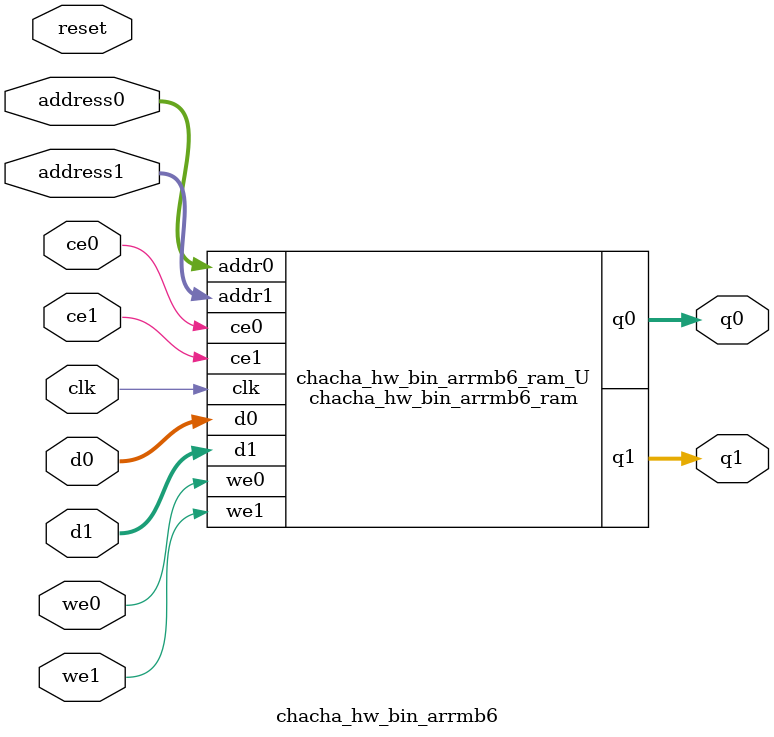
<source format=v>
`timescale 1 ns / 1 ps
module chacha_hw_bin_arrmb6_ram (addr0, ce0, d0, we0, q0, addr1, ce1, d1, we1, q1,  clk);

parameter DWIDTH = 8;
parameter AWIDTH = 5;
parameter MEM_SIZE = 32;

input[AWIDTH-1:0] addr0;
input ce0;
input[DWIDTH-1:0] d0;
input we0;
output reg[DWIDTH-1:0] q0;
input[AWIDTH-1:0] addr1;
input ce1;
input[DWIDTH-1:0] d1;
input we1;
output reg[DWIDTH-1:0] q1;
input clk;

(* ram_style = "block" *)reg [DWIDTH-1:0] ram[0:MEM_SIZE-1];




always @(posedge clk)  
begin 
    if (ce0) 
    begin
        if (we0) 
        begin 
            ram[addr0] <= d0; 
        end 
        q0 <= ram[addr0];
    end
end


always @(posedge clk)  
begin 
    if (ce1) 
    begin
        if (we1) 
        begin 
            ram[addr1] <= d1; 
        end 
        q1 <= ram[addr1];
    end
end


endmodule

`timescale 1 ns / 1 ps
module chacha_hw_bin_arrmb6(
    reset,
    clk,
    address0,
    ce0,
    we0,
    d0,
    q0,
    address1,
    ce1,
    we1,
    d1,
    q1);

parameter DataWidth = 32'd8;
parameter AddressRange = 32'd32;
parameter AddressWidth = 32'd5;
input reset;
input clk;
input[AddressWidth - 1:0] address0;
input ce0;
input we0;
input[DataWidth - 1:0] d0;
output[DataWidth - 1:0] q0;
input[AddressWidth - 1:0] address1;
input ce1;
input we1;
input[DataWidth - 1:0] d1;
output[DataWidth - 1:0] q1;



chacha_hw_bin_arrmb6_ram chacha_hw_bin_arrmb6_ram_U(
    .clk( clk ),
    .addr0( address0 ),
    .ce0( ce0 ),
    .we0( we0 ),
    .d0( d0 ),
    .q0( q0 ),
    .addr1( address1 ),
    .ce1( ce1 ),
    .we1( we1 ),
    .d1( d1 ),
    .q1( q1 ));

endmodule


</source>
